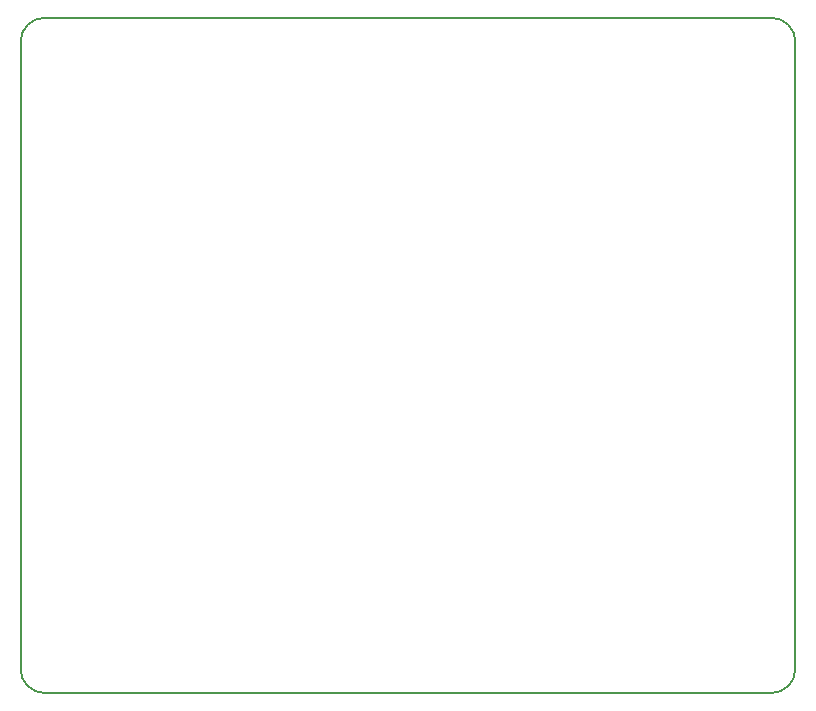
<source format=gbr>
%TF.GenerationSoftware,KiCad,Pcbnew,9.0.2*%
%TF.CreationDate,2025-07-23T19:01:54-06:00*%
%TF.ProjectId,macro devboard ESP32,6d616372-6f20-4646-9576-626f61726420,rev?*%
%TF.SameCoordinates,Original*%
%TF.FileFunction,Profile,NP*%
%FSLAX46Y46*%
G04 Gerber Fmt 4.6, Leading zero omitted, Abs format (unit mm)*
G04 Created by KiCad (PCBNEW 9.0.2) date 2025-07-23 19:01:54*
%MOMM*%
%LPD*%
G01*
G04 APERTURE LIST*
%TA.AperFunction,Profile*%
%ADD10C,0.200000*%
%TD*%
G04 APERTURE END LIST*
D10*
X252590000Y-39995000D02*
G75*
G02*
X254590000Y-41995000I0J-2000000D01*
G01*
X188995000Y-41995000D02*
G75*
G02*
X190995000Y-39995000I2000000J0D01*
G01*
X252590000Y-39995000D02*
X190995000Y-39995000D01*
X254590000Y-95145000D02*
G75*
G02*
X252590000Y-97145000I-2000000J0D01*
G01*
X190995000Y-97145000D02*
G75*
G02*
X188995000Y-95145000I0J2000000D01*
G01*
X188995000Y-95145000D02*
X188995000Y-41995000D01*
X254590000Y-41995000D02*
X254590000Y-95145000D01*
X252590000Y-97145000D02*
X190995000Y-97145000D01*
M02*

</source>
